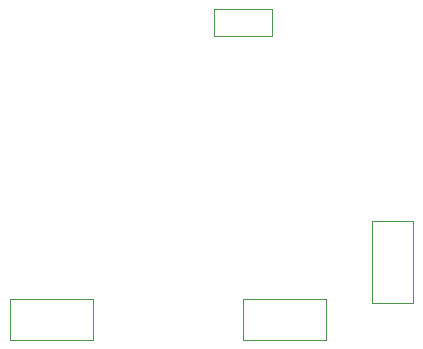
<source format=gbr>
%TF.GenerationSoftware,KiCad,Pcbnew,9.0.3*%
%TF.CreationDate,2025-08-27T16:52:30+03:00*%
%TF.ProjectId,Protection,50726f74-6563-4746-996f-6e2e6b696361,1.0*%
%TF.SameCoordinates,Original*%
%TF.FileFunction,Other,User*%
%FSLAX46Y46*%
G04 Gerber Fmt 4.6, Leading zero omitted, Abs format (unit mm)*
G04 Created by KiCad (PCBNEW 9.0.3) date 2025-08-27 16:52:30*
%MOMM*%
%LPD*%
G01*
G04 APERTURE LIST*
%ADD10C,0.050000*%
G04 APERTURE END LIST*
D10*
%TO.C,D1*%
X129220000Y-128710000D02*
X129220000Y-135710000D01*
X129220000Y-135710000D02*
X132720000Y-135710000D01*
X132720000Y-128710000D02*
X129220000Y-128710000D01*
X132720000Y-135710000D02*
X132720000Y-128710000D01*
%TO.C,D7*%
X118320000Y-135360000D02*
X118320000Y-138860000D01*
X118320000Y-138860000D02*
X125320000Y-138860000D01*
X125320000Y-135360000D02*
X118320000Y-135360000D01*
X125320000Y-138860000D02*
X125320000Y-135360000D01*
%TO.C,D6*%
X98620000Y-135360000D02*
X98620000Y-138860000D01*
X98620000Y-138860000D02*
X105620000Y-138860000D01*
X105620000Y-135360000D02*
X98620000Y-135360000D01*
X105620000Y-138860000D02*
X105620000Y-135360000D01*
%TO.C,C12*%
X115840000Y-110780000D02*
X115840000Y-113080000D01*
X115840000Y-113080000D02*
X120800000Y-113080000D01*
X120800000Y-110780000D02*
X115840000Y-110780000D01*
X120800000Y-113080000D02*
X120800000Y-110780000D01*
%TD*%
M02*

</source>
